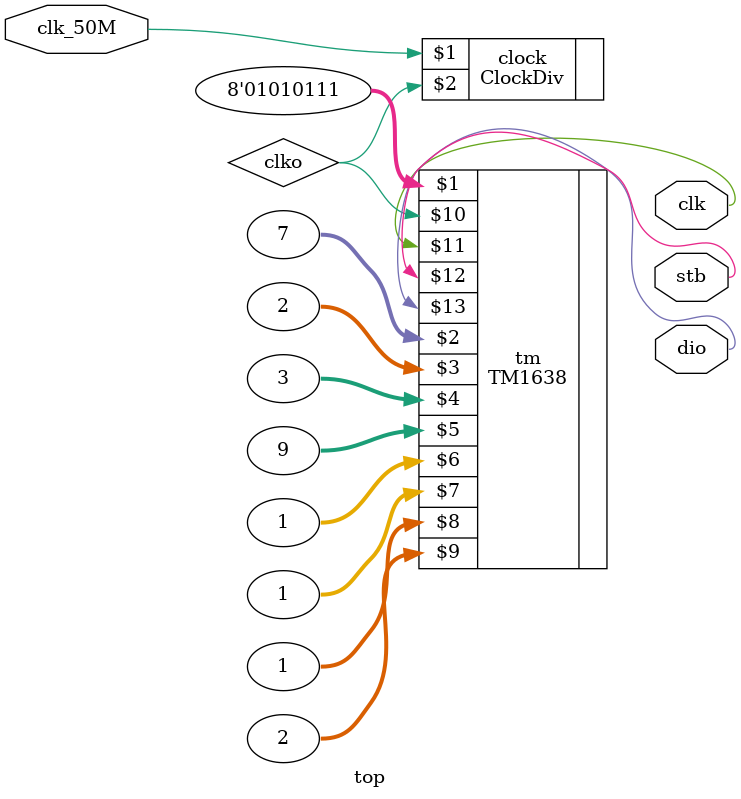
<source format=v>
`timescale 1ns / 1ps
module top(input clk_50M,
output wire clk,
output wire stb,
output wire dio
);
wire clko;
ClockDiv clock (clk_50M, clko) ;
wire [4:0] seg [7:0];
TM1638 tm (8'b01010111,7,2,3,9,1,1,1,2,
clko,
clk,
stb,
dio
);
endmodule



</source>
